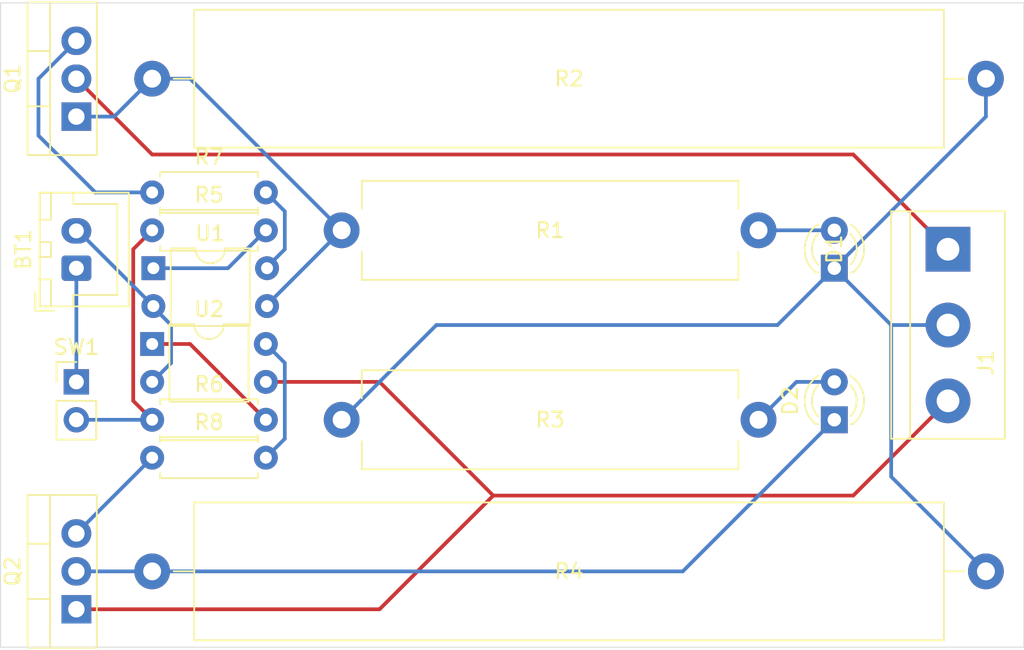
<source format=kicad_pcb>
(kicad_pcb (version 20171130) (host pcbnew "(5.1.4)-1")

  (general
    (thickness 1.6)
    (drawings 4)
    (tracks 58)
    (zones 0)
    (modules 17)
    (nets 17)
  )

  (page A4)
  (layers
    (0 F.Cu signal)
    (31 B.Cu signal)
    (32 B.Adhes user)
    (33 F.Adhes user)
    (34 B.Paste user)
    (35 F.Paste user)
    (36 B.SilkS user)
    (37 F.SilkS user)
    (38 B.Mask user)
    (39 F.Mask user)
    (40 Dwgs.User user)
    (41 Cmts.User user)
    (42 Eco1.User user)
    (43 Eco2.User user)
    (44 Edge.Cuts user)
    (45 Margin user)
    (46 B.CrtYd user)
    (47 F.CrtYd user)
    (48 B.Fab user)
    (49 F.Fab user)
  )

  (setup
    (last_trace_width 0.25)
    (user_trace_width 0.5)
    (user_trace_width 1)
    (user_trace_width 2)
    (trace_clearance 0.2)
    (zone_clearance 0.508)
    (zone_45_only no)
    (trace_min 0.2)
    (via_size 0.8)
    (via_drill 0.4)
    (via_min_size 0.4)
    (via_min_drill 0.3)
    (uvia_size 0.3)
    (uvia_drill 0.1)
    (uvias_allowed no)
    (uvia_min_size 0.2)
    (uvia_min_drill 0.1)
    (edge_width 0.05)
    (segment_width 0.2)
    (pcb_text_width 0.3)
    (pcb_text_size 1.5 1.5)
    (mod_edge_width 0.12)
    (mod_text_size 1 1)
    (mod_text_width 0.15)
    (pad_size 3 3)
    (pad_drill 1.52)
    (pad_to_mask_clearance 0.051)
    (solder_mask_min_width 0.25)
    (aux_axis_origin 0 0)
    (visible_elements 7FFFFFFF)
    (pcbplotparams
      (layerselection 0x010fc_ffffffff)
      (usegerberextensions false)
      (usegerberattributes false)
      (usegerberadvancedattributes false)
      (creategerberjobfile false)
      (excludeedgelayer true)
      (linewidth 0.100000)
      (plotframeref false)
      (viasonmask false)
      (mode 1)
      (useauxorigin false)
      (hpglpennumber 1)
      (hpglpenspeed 20)
      (hpglpendiameter 15.000000)
      (psnegative false)
      (psa4output false)
      (plotreference true)
      (plotvalue true)
      (plotinvisibletext false)
      (padsonsilk false)
      (subtractmaskfromsilk false)
      (outputformat 1)
      (mirror false)
      (drillshape 1)
      (scaleselection 1)
      (outputdirectory ""))
  )

  (net 0 "")
  (net 1 "Net-(D1-Pad2)")
  (net 2 "Net-(D2-Pad2)")
  (net 3 /CapacitorCenter)
  (net 4 /CapacitorPower-)
  (net 5 /CapacitorPower+)
  (net 6 "Net-(BT1-Pad2)")
  (net 7 "Net-(BT1-Pad1)")
  (net 8 "Net-(D2-Pad1)")
  (net 9 "Net-(Q1-Pad3)")
  (net 10 "Net-(Q1-Pad1)")
  (net 11 "Net-(Q2-Pad3)")
  (net 12 "Net-(R5-Pad2)")
  (net 13 "Net-(R5-Pad1)")
  (net 14 "Net-(R6-Pad2)")
  (net 15 "Net-(R7-Pad2)")
  (net 16 "Net-(R8-Pad2)")

  (net_class Default "This is the default net class."
    (clearance 0.2)
    (trace_width 0.25)
    (via_dia 0.8)
    (via_drill 0.4)
    (uvia_dia 0.3)
    (uvia_drill 0.1)
    (add_net /CapacitorCenter)
    (add_net /CapacitorPower+)
    (add_net /CapacitorPower-)
    (add_net "Net-(BT1-Pad1)")
    (add_net "Net-(BT1-Pad2)")
    (add_net "Net-(D1-Pad2)")
    (add_net "Net-(D2-Pad1)")
    (add_net "Net-(D2-Pad2)")
    (add_net "Net-(Q1-Pad1)")
    (add_net "Net-(Q1-Pad3)")
    (add_net "Net-(Q2-Pad3)")
    (add_net "Net-(R5-Pad1)")
    (add_net "Net-(R5-Pad2)")
    (add_net "Net-(R6-Pad2)")
    (add_net "Net-(R7-Pad2)")
    (add_net "Net-(R8-Pad2)")
  )

  (module Package_TO_SOT_THT:TO-220-3_Vertical (layer F.Cu) (tedit 5AC8BA0D) (tstamp 5F0ABAB1)
    (at 55.88 66.04 90)
    (descr "TO-220-3, Vertical, RM 2.54mm, see https://www.vishay.com/docs/66542/to-220-1.pdf")
    (tags "TO-220-3 Vertical RM 2.54mm")
    (path /5F0ABE81)
    (fp_text reference Q1 (at 2.54 -4.27 90) (layer F.SilkS)
      (effects (font (size 1 1) (thickness 0.15)))
    )
    (fp_text value BT138-800 (at 2.54 2.5 90) (layer F.Fab)
      (effects (font (size 1 1) (thickness 0.15)))
    )
    (fp_text user %R (at 2.54 -4.27 90) (layer F.Fab)
      (effects (font (size 1 1) (thickness 0.15)))
    )
    (fp_line (start 7.79 -3.4) (end -2.71 -3.4) (layer F.CrtYd) (width 0.05))
    (fp_line (start 7.79 1.51) (end 7.79 -3.4) (layer F.CrtYd) (width 0.05))
    (fp_line (start -2.71 1.51) (end 7.79 1.51) (layer F.CrtYd) (width 0.05))
    (fp_line (start -2.71 -3.4) (end -2.71 1.51) (layer F.CrtYd) (width 0.05))
    (fp_line (start 4.391 -3.27) (end 4.391 -1.76) (layer F.SilkS) (width 0.12))
    (fp_line (start 0.69 -3.27) (end 0.69 -1.76) (layer F.SilkS) (width 0.12))
    (fp_line (start -2.58 -1.76) (end 7.66 -1.76) (layer F.SilkS) (width 0.12))
    (fp_line (start 7.66 -3.27) (end 7.66 1.371) (layer F.SilkS) (width 0.12))
    (fp_line (start -2.58 -3.27) (end -2.58 1.371) (layer F.SilkS) (width 0.12))
    (fp_line (start -2.58 1.371) (end 7.66 1.371) (layer F.SilkS) (width 0.12))
    (fp_line (start -2.58 -3.27) (end 7.66 -3.27) (layer F.SilkS) (width 0.12))
    (fp_line (start 4.39 -3.15) (end 4.39 -1.88) (layer F.Fab) (width 0.1))
    (fp_line (start 0.69 -3.15) (end 0.69 -1.88) (layer F.Fab) (width 0.1))
    (fp_line (start -2.46 -1.88) (end 7.54 -1.88) (layer F.Fab) (width 0.1))
    (fp_line (start 7.54 -3.15) (end -2.46 -3.15) (layer F.Fab) (width 0.1))
    (fp_line (start 7.54 1.25) (end 7.54 -3.15) (layer F.Fab) (width 0.1))
    (fp_line (start -2.46 1.25) (end 7.54 1.25) (layer F.Fab) (width 0.1))
    (fp_line (start -2.46 -3.15) (end -2.46 1.25) (layer F.Fab) (width 0.1))
    (pad 3 thru_hole oval (at 5.08 0 90) (size 1.905 2) (drill 1.1) (layers *.Cu *.Mask)
      (net 9 "Net-(Q1-Pad3)"))
    (pad 2 thru_hole oval (at 2.54 0 90) (size 1.905 2) (drill 1.1) (layers *.Cu *.Mask)
      (net 5 /CapacitorPower+))
    (pad 1 thru_hole rect (at 0 0 90) (size 1.905 2) (drill 1.1) (layers *.Cu *.Mask)
      (net 10 "Net-(Q1-Pad1)"))
    (model ${KISYS3DMOD}/Package_TO_SOT_THT.3dshapes/TO-220-3_Vertical.wrl
      (at (xyz 0 0 0))
      (scale (xyz 1 1 1))
      (rotate (xyz 0 0 0))
    )
  )

  (module Package_DIP:DIP-4_W7.62mm (layer F.Cu) (tedit 5A02E8C5) (tstamp 5F0ABC1D)
    (at 60.96 81.28)
    (descr "4-lead though-hole mounted DIP package, row spacing 7.62 mm (300 mils)")
    (tags "THT DIP DIL PDIP 2.54mm 7.62mm 300mil")
    (path /5F0A35C4)
    (fp_text reference U2 (at 3.81 -2.33) (layer F.SilkS)
      (effects (font (size 1 1) (thickness 0.15)))
    )
    (fp_text value PC817 (at 3.81 4.87) (layer F.Fab)
      (effects (font (size 1 1) (thickness 0.15)))
    )
    (fp_text user %R (at 3.81 1.27) (layer F.Fab)
      (effects (font (size 1 1) (thickness 0.15)))
    )
    (fp_line (start 8.7 -1.55) (end -1.1 -1.55) (layer F.CrtYd) (width 0.05))
    (fp_line (start 8.7 4.1) (end 8.7 -1.55) (layer F.CrtYd) (width 0.05))
    (fp_line (start -1.1 4.1) (end 8.7 4.1) (layer F.CrtYd) (width 0.05))
    (fp_line (start -1.1 -1.55) (end -1.1 4.1) (layer F.CrtYd) (width 0.05))
    (fp_line (start 6.46 -1.33) (end 4.81 -1.33) (layer F.SilkS) (width 0.12))
    (fp_line (start 6.46 3.87) (end 6.46 -1.33) (layer F.SilkS) (width 0.12))
    (fp_line (start 1.16 3.87) (end 6.46 3.87) (layer F.SilkS) (width 0.12))
    (fp_line (start 1.16 -1.33) (end 1.16 3.87) (layer F.SilkS) (width 0.12))
    (fp_line (start 2.81 -1.33) (end 1.16 -1.33) (layer F.SilkS) (width 0.12))
    (fp_line (start 0.635 -0.27) (end 1.635 -1.27) (layer F.Fab) (width 0.1))
    (fp_line (start 0.635 3.81) (end 0.635 -0.27) (layer F.Fab) (width 0.1))
    (fp_line (start 6.985 3.81) (end 0.635 3.81) (layer F.Fab) (width 0.1))
    (fp_line (start 6.985 -1.27) (end 6.985 3.81) (layer F.Fab) (width 0.1))
    (fp_line (start 1.635 -1.27) (end 6.985 -1.27) (layer F.Fab) (width 0.1))
    (fp_arc (start 3.81 -1.33) (end 2.81 -1.33) (angle -180) (layer F.SilkS) (width 0.12))
    (pad 4 thru_hole oval (at 7.62 0) (size 1.6 1.6) (drill 0.8) (layers *.Cu *.Mask)
      (net 16 "Net-(R8-Pad2)"))
    (pad 2 thru_hole oval (at 0 2.54) (size 1.6 1.6) (drill 0.8) (layers *.Cu *.Mask)
      (net 6 "Net-(BT1-Pad2)"))
    (pad 3 thru_hole oval (at 7.62 2.54) (size 1.6 1.6) (drill 0.8) (layers *.Cu *.Mask)
      (net 4 /CapacitorPower-))
    (pad 1 thru_hole rect (at 0 0) (size 1.6 1.6) (drill 0.8) (layers *.Cu *.Mask)
      (net 14 "Net-(R6-Pad2)"))
    (model ${KISYS3DMOD}/Package_DIP.3dshapes/DIP-4_W7.62mm.wrl
      (at (xyz 0 0 0))
      (scale (xyz 1 1 1))
      (rotate (xyz 0 0 0))
    )
  )

  (module Package_DIP:DIP-4_W7.62mm (layer F.Cu) (tedit 5A02E8C5) (tstamp 5F0ABC05)
    (at 61.04 76.2)
    (descr "4-lead though-hole mounted DIP package, row spacing 7.62 mm (300 mils)")
    (tags "THT DIP DIL PDIP 2.54mm 7.62mm 300mil")
    (path /5F0A279E)
    (fp_text reference U1 (at 3.81 -2.33) (layer F.SilkS)
      (effects (font (size 1 1) (thickness 0.15)))
    )
    (fp_text value PC817 (at 3.81 4.87) (layer F.Fab)
      (effects (font (size 1 1) (thickness 0.15)))
    )
    (fp_text user %R (at 3.81 1.27) (layer F.Fab)
      (effects (font (size 1 1) (thickness 0.15)))
    )
    (fp_line (start 8.7 -1.55) (end -1.1 -1.55) (layer F.CrtYd) (width 0.05))
    (fp_line (start 8.7 4.1) (end 8.7 -1.55) (layer F.CrtYd) (width 0.05))
    (fp_line (start -1.1 4.1) (end 8.7 4.1) (layer F.CrtYd) (width 0.05))
    (fp_line (start -1.1 -1.55) (end -1.1 4.1) (layer F.CrtYd) (width 0.05))
    (fp_line (start 6.46 -1.33) (end 4.81 -1.33) (layer F.SilkS) (width 0.12))
    (fp_line (start 6.46 3.87) (end 6.46 -1.33) (layer F.SilkS) (width 0.12))
    (fp_line (start 1.16 3.87) (end 6.46 3.87) (layer F.SilkS) (width 0.12))
    (fp_line (start 1.16 -1.33) (end 1.16 3.87) (layer F.SilkS) (width 0.12))
    (fp_line (start 2.81 -1.33) (end 1.16 -1.33) (layer F.SilkS) (width 0.12))
    (fp_line (start 0.635 -0.27) (end 1.635 -1.27) (layer F.Fab) (width 0.1))
    (fp_line (start 0.635 3.81) (end 0.635 -0.27) (layer F.Fab) (width 0.1))
    (fp_line (start 6.985 3.81) (end 0.635 3.81) (layer F.Fab) (width 0.1))
    (fp_line (start 6.985 -1.27) (end 6.985 3.81) (layer F.Fab) (width 0.1))
    (fp_line (start 1.635 -1.27) (end 6.985 -1.27) (layer F.Fab) (width 0.1))
    (fp_arc (start 3.81 -1.33) (end 2.81 -1.33) (angle -180) (layer F.SilkS) (width 0.12))
    (pad 4 thru_hole oval (at 7.62 0) (size 1.6 1.6) (drill 0.8) (layers *.Cu *.Mask)
      (net 15 "Net-(R7-Pad2)"))
    (pad 2 thru_hole oval (at 0 2.54) (size 1.6 1.6) (drill 0.8) (layers *.Cu *.Mask)
      (net 6 "Net-(BT1-Pad2)"))
    (pad 3 thru_hole oval (at 7.62 2.54) (size 1.6 1.6) (drill 0.8) (layers *.Cu *.Mask)
      (net 10 "Net-(Q1-Pad1)"))
    (pad 1 thru_hole rect (at 0 0) (size 1.6 1.6) (drill 0.8) (layers *.Cu *.Mask)
      (net 12 "Net-(R5-Pad2)"))
    (model ${KISYS3DMOD}/Package_DIP.3dshapes/DIP-4_W7.62mm.wrl
      (at (xyz 0 0 0))
      (scale (xyz 1 1 1))
      (rotate (xyz 0 0 0))
    )
  )

  (module Connector_PinHeader_2.54mm:PinHeader_1x02_P2.54mm_Vertical (layer F.Cu) (tedit 59FED5CC) (tstamp 5F0ABBED)
    (at 55.88 83.82)
    (descr "Through hole straight pin header, 1x02, 2.54mm pitch, single row")
    (tags "Through hole pin header THT 1x02 2.54mm single row")
    (path /5F0C1113)
    (fp_text reference SW1 (at 0 -2.33) (layer F.SilkS)
      (effects (font (size 1 1) (thickness 0.15)))
    )
    (fp_text value SW_Push (at 0 4.87) (layer F.Fab)
      (effects (font (size 1 1) (thickness 0.15)))
    )
    (fp_text user %R (at 0 1.27 90) (layer F.Fab)
      (effects (font (size 1 1) (thickness 0.15)))
    )
    (fp_line (start 1.8 -1.8) (end -1.8 -1.8) (layer F.CrtYd) (width 0.05))
    (fp_line (start 1.8 4.35) (end 1.8 -1.8) (layer F.CrtYd) (width 0.05))
    (fp_line (start -1.8 4.35) (end 1.8 4.35) (layer F.CrtYd) (width 0.05))
    (fp_line (start -1.8 -1.8) (end -1.8 4.35) (layer F.CrtYd) (width 0.05))
    (fp_line (start -1.33 -1.33) (end 0 -1.33) (layer F.SilkS) (width 0.12))
    (fp_line (start -1.33 0) (end -1.33 -1.33) (layer F.SilkS) (width 0.12))
    (fp_line (start -1.33 1.27) (end 1.33 1.27) (layer F.SilkS) (width 0.12))
    (fp_line (start 1.33 1.27) (end 1.33 3.87) (layer F.SilkS) (width 0.12))
    (fp_line (start -1.33 1.27) (end -1.33 3.87) (layer F.SilkS) (width 0.12))
    (fp_line (start -1.33 3.87) (end 1.33 3.87) (layer F.SilkS) (width 0.12))
    (fp_line (start -1.27 -0.635) (end -0.635 -1.27) (layer F.Fab) (width 0.1))
    (fp_line (start -1.27 3.81) (end -1.27 -0.635) (layer F.Fab) (width 0.1))
    (fp_line (start 1.27 3.81) (end -1.27 3.81) (layer F.Fab) (width 0.1))
    (fp_line (start 1.27 -1.27) (end 1.27 3.81) (layer F.Fab) (width 0.1))
    (fp_line (start -0.635 -1.27) (end 1.27 -1.27) (layer F.Fab) (width 0.1))
    (pad 2 thru_hole oval (at 0 2.54) (size 1.7 1.7) (drill 1) (layers *.Cu *.Mask)
      (net 13 "Net-(R5-Pad1)"))
    (pad 1 thru_hole rect (at 0 0) (size 1.7 1.7) (drill 1) (layers *.Cu *.Mask)
      (net 7 "Net-(BT1-Pad1)"))
    (model ${KISYS3DMOD}/Connector_PinHeader_2.54mm.3dshapes/PinHeader_1x02_P2.54mm_Vertical.wrl
      (at (xyz 0 0 0))
      (scale (xyz 1 1 1))
      (rotate (xyz 0 0 0))
    )
  )

  (module Resistor_THT:R_Axial_DIN0207_L6.3mm_D2.5mm_P7.62mm_Horizontal (layer F.Cu) (tedit 5AE5139B) (tstamp 5F0ABBD7)
    (at 60.96 88.9)
    (descr "Resistor, Axial_DIN0207 series, Axial, Horizontal, pin pitch=7.62mm, 0.25W = 1/4W, length*diameter=6.3*2.5mm^2, http://cdn-reichelt.de/documents/datenblatt/B400/1_4W%23YAG.pdf")
    (tags "Resistor Axial_DIN0207 series Axial Horizontal pin pitch 7.62mm 0.25W = 1/4W length 6.3mm diameter 2.5mm")
    (path /5F0AA6F5)
    (fp_text reference R8 (at 3.81 -2.37) (layer F.SilkS)
      (effects (font (size 1 1) (thickness 0.15)))
    )
    (fp_text value 10K (at 3.81 2.37) (layer F.Fab)
      (effects (font (size 1 1) (thickness 0.15)))
    )
    (fp_text user %R (at 3.81 0) (layer F.Fab)
      (effects (font (size 1 1) (thickness 0.15)))
    )
    (fp_line (start 8.67 -1.5) (end -1.05 -1.5) (layer F.CrtYd) (width 0.05))
    (fp_line (start 8.67 1.5) (end 8.67 -1.5) (layer F.CrtYd) (width 0.05))
    (fp_line (start -1.05 1.5) (end 8.67 1.5) (layer F.CrtYd) (width 0.05))
    (fp_line (start -1.05 -1.5) (end -1.05 1.5) (layer F.CrtYd) (width 0.05))
    (fp_line (start 7.08 1.37) (end 7.08 1.04) (layer F.SilkS) (width 0.12))
    (fp_line (start 0.54 1.37) (end 7.08 1.37) (layer F.SilkS) (width 0.12))
    (fp_line (start 0.54 1.04) (end 0.54 1.37) (layer F.SilkS) (width 0.12))
    (fp_line (start 7.08 -1.37) (end 7.08 -1.04) (layer F.SilkS) (width 0.12))
    (fp_line (start 0.54 -1.37) (end 7.08 -1.37) (layer F.SilkS) (width 0.12))
    (fp_line (start 0.54 -1.04) (end 0.54 -1.37) (layer F.SilkS) (width 0.12))
    (fp_line (start 7.62 0) (end 6.96 0) (layer F.Fab) (width 0.1))
    (fp_line (start 0 0) (end 0.66 0) (layer F.Fab) (width 0.1))
    (fp_line (start 6.96 -1.25) (end 0.66 -1.25) (layer F.Fab) (width 0.1))
    (fp_line (start 6.96 1.25) (end 6.96 -1.25) (layer F.Fab) (width 0.1))
    (fp_line (start 0.66 1.25) (end 6.96 1.25) (layer F.Fab) (width 0.1))
    (fp_line (start 0.66 -1.25) (end 0.66 1.25) (layer F.Fab) (width 0.1))
    (pad 2 thru_hole oval (at 7.62 0) (size 1.6 1.6) (drill 0.8) (layers *.Cu *.Mask)
      (net 16 "Net-(R8-Pad2)"))
    (pad 1 thru_hole circle (at 0 0) (size 1.6 1.6) (drill 0.8) (layers *.Cu *.Mask)
      (net 11 "Net-(Q2-Pad3)"))
    (model ${KISYS3DMOD}/Resistor_THT.3dshapes/R_Axial_DIN0207_L6.3mm_D2.5mm_P7.62mm_Horizontal.wrl
      (at (xyz 0 0 0))
      (scale (xyz 1 1 1))
      (rotate (xyz 0 0 0))
    )
  )

  (module Resistor_THT:R_Axial_DIN0207_L6.3mm_D2.5mm_P7.62mm_Horizontal (layer F.Cu) (tedit 5AE5139B) (tstamp 5F0ABBC0)
    (at 60.96 71.12)
    (descr "Resistor, Axial_DIN0207 series, Axial, Horizontal, pin pitch=7.62mm, 0.25W = 1/4W, length*diameter=6.3*2.5mm^2, http://cdn-reichelt.de/documents/datenblatt/B400/1_4W%23YAG.pdf")
    (tags "Resistor Axial_DIN0207 series Axial Horizontal pin pitch 7.62mm 0.25W = 1/4W length 6.3mm diameter 2.5mm")
    (path /5F0A48B7)
    (fp_text reference R7 (at 3.81 -2.37) (layer F.SilkS)
      (effects (font (size 1 1) (thickness 0.15)))
    )
    (fp_text value 10K (at 3.81 2.37) (layer F.Fab)
      (effects (font (size 1 1) (thickness 0.15)))
    )
    (fp_text user %R (at 3.81 0) (layer F.Fab)
      (effects (font (size 1 1) (thickness 0.15)))
    )
    (fp_line (start 8.67 -1.5) (end -1.05 -1.5) (layer F.CrtYd) (width 0.05))
    (fp_line (start 8.67 1.5) (end 8.67 -1.5) (layer F.CrtYd) (width 0.05))
    (fp_line (start -1.05 1.5) (end 8.67 1.5) (layer F.CrtYd) (width 0.05))
    (fp_line (start -1.05 -1.5) (end -1.05 1.5) (layer F.CrtYd) (width 0.05))
    (fp_line (start 7.08 1.37) (end 7.08 1.04) (layer F.SilkS) (width 0.12))
    (fp_line (start 0.54 1.37) (end 7.08 1.37) (layer F.SilkS) (width 0.12))
    (fp_line (start 0.54 1.04) (end 0.54 1.37) (layer F.SilkS) (width 0.12))
    (fp_line (start 7.08 -1.37) (end 7.08 -1.04) (layer F.SilkS) (width 0.12))
    (fp_line (start 0.54 -1.37) (end 7.08 -1.37) (layer F.SilkS) (width 0.12))
    (fp_line (start 0.54 -1.04) (end 0.54 -1.37) (layer F.SilkS) (width 0.12))
    (fp_line (start 7.62 0) (end 6.96 0) (layer F.Fab) (width 0.1))
    (fp_line (start 0 0) (end 0.66 0) (layer F.Fab) (width 0.1))
    (fp_line (start 6.96 -1.25) (end 0.66 -1.25) (layer F.Fab) (width 0.1))
    (fp_line (start 6.96 1.25) (end 6.96 -1.25) (layer F.Fab) (width 0.1))
    (fp_line (start 0.66 1.25) (end 6.96 1.25) (layer F.Fab) (width 0.1))
    (fp_line (start 0.66 -1.25) (end 0.66 1.25) (layer F.Fab) (width 0.1))
    (pad 2 thru_hole oval (at 7.62 0) (size 1.6 1.6) (drill 0.8) (layers *.Cu *.Mask)
      (net 15 "Net-(R7-Pad2)"))
    (pad 1 thru_hole circle (at 0 0) (size 1.6 1.6) (drill 0.8) (layers *.Cu *.Mask)
      (net 9 "Net-(Q1-Pad3)"))
    (model ${KISYS3DMOD}/Resistor_THT.3dshapes/R_Axial_DIN0207_L6.3mm_D2.5mm_P7.62mm_Horizontal.wrl
      (at (xyz 0 0 0))
      (scale (xyz 1 1 1))
      (rotate (xyz 0 0 0))
    )
  )

  (module Resistor_THT:R_Axial_DIN0207_L6.3mm_D2.5mm_P7.62mm_Horizontal (layer F.Cu) (tedit 5AE5139B) (tstamp 5F0ABBA9)
    (at 60.96 86.36)
    (descr "Resistor, Axial_DIN0207 series, Axial, Horizontal, pin pitch=7.62mm, 0.25W = 1/4W, length*diameter=6.3*2.5mm^2, http://cdn-reichelt.de/documents/datenblatt/B400/1_4W%23YAG.pdf")
    (tags "Resistor Axial_DIN0207 series Axial Horizontal pin pitch 7.62mm 0.25W = 1/4W length 6.3mm diameter 2.5mm")
    (path /5F0A5038)
    (fp_text reference R6 (at 3.81 -2.37) (layer F.SilkS)
      (effects (font (size 1 1) (thickness 0.15)))
    )
    (fp_text value 1K (at 3.81 2.37) (layer F.Fab)
      (effects (font (size 1 1) (thickness 0.15)))
    )
    (fp_text user %R (at 3.81 0) (layer F.Fab)
      (effects (font (size 1 1) (thickness 0.15)))
    )
    (fp_line (start 8.67 -1.5) (end -1.05 -1.5) (layer F.CrtYd) (width 0.05))
    (fp_line (start 8.67 1.5) (end 8.67 -1.5) (layer F.CrtYd) (width 0.05))
    (fp_line (start -1.05 1.5) (end 8.67 1.5) (layer F.CrtYd) (width 0.05))
    (fp_line (start -1.05 -1.5) (end -1.05 1.5) (layer F.CrtYd) (width 0.05))
    (fp_line (start 7.08 1.37) (end 7.08 1.04) (layer F.SilkS) (width 0.12))
    (fp_line (start 0.54 1.37) (end 7.08 1.37) (layer F.SilkS) (width 0.12))
    (fp_line (start 0.54 1.04) (end 0.54 1.37) (layer F.SilkS) (width 0.12))
    (fp_line (start 7.08 -1.37) (end 7.08 -1.04) (layer F.SilkS) (width 0.12))
    (fp_line (start 0.54 -1.37) (end 7.08 -1.37) (layer F.SilkS) (width 0.12))
    (fp_line (start 0.54 -1.04) (end 0.54 -1.37) (layer F.SilkS) (width 0.12))
    (fp_line (start 7.62 0) (end 6.96 0) (layer F.Fab) (width 0.1))
    (fp_line (start 0 0) (end 0.66 0) (layer F.Fab) (width 0.1))
    (fp_line (start 6.96 -1.25) (end 0.66 -1.25) (layer F.Fab) (width 0.1))
    (fp_line (start 6.96 1.25) (end 6.96 -1.25) (layer F.Fab) (width 0.1))
    (fp_line (start 0.66 1.25) (end 6.96 1.25) (layer F.Fab) (width 0.1))
    (fp_line (start 0.66 -1.25) (end 0.66 1.25) (layer F.Fab) (width 0.1))
    (pad 2 thru_hole oval (at 7.62 0) (size 1.6 1.6) (drill 0.8) (layers *.Cu *.Mask)
      (net 14 "Net-(R6-Pad2)"))
    (pad 1 thru_hole circle (at 0 0) (size 1.6 1.6) (drill 0.8) (layers *.Cu *.Mask)
      (net 13 "Net-(R5-Pad1)"))
    (model ${KISYS3DMOD}/Resistor_THT.3dshapes/R_Axial_DIN0207_L6.3mm_D2.5mm_P7.62mm_Horizontal.wrl
      (at (xyz 0 0 0))
      (scale (xyz 1 1 1))
      (rotate (xyz 0 0 0))
    )
  )

  (module Resistor_THT:R_Axial_DIN0207_L6.3mm_D2.5mm_P7.62mm_Horizontal (layer F.Cu) (tedit 5AE5139B) (tstamp 5F0ABB92)
    (at 60.96 73.66)
    (descr "Resistor, Axial_DIN0207 series, Axial, Horizontal, pin pitch=7.62mm, 0.25W = 1/4W, length*diameter=6.3*2.5mm^2, http://cdn-reichelt.de/documents/datenblatt/B400/1_4W%23YAG.pdf")
    (tags "Resistor Axial_DIN0207 series Axial Horizontal pin pitch 7.62mm 0.25W = 1/4W length 6.3mm diameter 2.5mm")
    (path /5F0A3F45)
    (fp_text reference R5 (at 3.81 -2.37) (layer F.SilkS)
      (effects (font (size 1 1) (thickness 0.15)))
    )
    (fp_text value 1K (at 3.81 2.37) (layer F.Fab)
      (effects (font (size 1 1) (thickness 0.15)))
    )
    (fp_text user %R (at 3.81 0) (layer F.Fab)
      (effects (font (size 1 1) (thickness 0.15)))
    )
    (fp_line (start 8.67 -1.5) (end -1.05 -1.5) (layer F.CrtYd) (width 0.05))
    (fp_line (start 8.67 1.5) (end 8.67 -1.5) (layer F.CrtYd) (width 0.05))
    (fp_line (start -1.05 1.5) (end 8.67 1.5) (layer F.CrtYd) (width 0.05))
    (fp_line (start -1.05 -1.5) (end -1.05 1.5) (layer F.CrtYd) (width 0.05))
    (fp_line (start 7.08 1.37) (end 7.08 1.04) (layer F.SilkS) (width 0.12))
    (fp_line (start 0.54 1.37) (end 7.08 1.37) (layer F.SilkS) (width 0.12))
    (fp_line (start 0.54 1.04) (end 0.54 1.37) (layer F.SilkS) (width 0.12))
    (fp_line (start 7.08 -1.37) (end 7.08 -1.04) (layer F.SilkS) (width 0.12))
    (fp_line (start 0.54 -1.37) (end 7.08 -1.37) (layer F.SilkS) (width 0.12))
    (fp_line (start 0.54 -1.04) (end 0.54 -1.37) (layer F.SilkS) (width 0.12))
    (fp_line (start 7.62 0) (end 6.96 0) (layer F.Fab) (width 0.1))
    (fp_line (start 0 0) (end 0.66 0) (layer F.Fab) (width 0.1))
    (fp_line (start 6.96 -1.25) (end 0.66 -1.25) (layer F.Fab) (width 0.1))
    (fp_line (start 6.96 1.25) (end 6.96 -1.25) (layer F.Fab) (width 0.1))
    (fp_line (start 0.66 1.25) (end 6.96 1.25) (layer F.Fab) (width 0.1))
    (fp_line (start 0.66 -1.25) (end 0.66 1.25) (layer F.Fab) (width 0.1))
    (pad 2 thru_hole oval (at 7.62 0) (size 1.6 1.6) (drill 0.8) (layers *.Cu *.Mask)
      (net 12 "Net-(R5-Pad2)"))
    (pad 1 thru_hole circle (at 0 0) (size 1.6 1.6) (drill 0.8) (layers *.Cu *.Mask)
      (net 13 "Net-(R5-Pad1)"))
    (model ${KISYS3DMOD}/Resistor_THT.3dshapes/R_Axial_DIN0207_L6.3mm_D2.5mm_P7.62mm_Horizontal.wrl
      (at (xyz 0 0 0))
      (scale (xyz 1 1 1))
      (rotate (xyz 0 0 0))
    )
  )

  (module Package_TO_SOT_THT:TO-220-3_Vertical (layer F.Cu) (tedit 5AC8BA0D) (tstamp 5F0ABACB)
    (at 55.88 99.06 90)
    (descr "TO-220-3, Vertical, RM 2.54mm, see https://www.vishay.com/docs/66542/to-220-1.pdf")
    (tags "TO-220-3 Vertical RM 2.54mm")
    (path /5F0C179E)
    (fp_text reference Q2 (at 2.54 -4.27 90) (layer F.SilkS)
      (effects (font (size 1 1) (thickness 0.15)))
    )
    (fp_text value BT138-800 (at 2.54 2.5 90) (layer F.Fab)
      (effects (font (size 1 1) (thickness 0.15)))
    )
    (fp_text user %R (at 2.54 -4.27 90) (layer F.Fab)
      (effects (font (size 1 1) (thickness 0.15)))
    )
    (fp_line (start 7.79 -3.4) (end -2.71 -3.4) (layer F.CrtYd) (width 0.05))
    (fp_line (start 7.79 1.51) (end 7.79 -3.4) (layer F.CrtYd) (width 0.05))
    (fp_line (start -2.71 1.51) (end 7.79 1.51) (layer F.CrtYd) (width 0.05))
    (fp_line (start -2.71 -3.4) (end -2.71 1.51) (layer F.CrtYd) (width 0.05))
    (fp_line (start 4.391 -3.27) (end 4.391 -1.76) (layer F.SilkS) (width 0.12))
    (fp_line (start 0.69 -3.27) (end 0.69 -1.76) (layer F.SilkS) (width 0.12))
    (fp_line (start -2.58 -1.76) (end 7.66 -1.76) (layer F.SilkS) (width 0.12))
    (fp_line (start 7.66 -3.27) (end 7.66 1.371) (layer F.SilkS) (width 0.12))
    (fp_line (start -2.58 -3.27) (end -2.58 1.371) (layer F.SilkS) (width 0.12))
    (fp_line (start -2.58 1.371) (end 7.66 1.371) (layer F.SilkS) (width 0.12))
    (fp_line (start -2.58 -3.27) (end 7.66 -3.27) (layer F.SilkS) (width 0.12))
    (fp_line (start 4.39 -3.15) (end 4.39 -1.88) (layer F.Fab) (width 0.1))
    (fp_line (start 0.69 -3.15) (end 0.69 -1.88) (layer F.Fab) (width 0.1))
    (fp_line (start -2.46 -1.88) (end 7.54 -1.88) (layer F.Fab) (width 0.1))
    (fp_line (start 7.54 -3.15) (end -2.46 -3.15) (layer F.Fab) (width 0.1))
    (fp_line (start 7.54 1.25) (end 7.54 -3.15) (layer F.Fab) (width 0.1))
    (fp_line (start -2.46 1.25) (end 7.54 1.25) (layer F.Fab) (width 0.1))
    (fp_line (start -2.46 -3.15) (end -2.46 1.25) (layer F.Fab) (width 0.1))
    (pad 3 thru_hole oval (at 5.08 0 90) (size 1.905 2) (drill 1.1) (layers *.Cu *.Mask)
      (net 11 "Net-(Q2-Pad3)"))
    (pad 2 thru_hole oval (at 2.54 0 90) (size 1.905 2) (drill 1.1) (layers *.Cu *.Mask)
      (net 8 "Net-(D2-Pad1)"))
    (pad 1 thru_hole rect (at 0 0 90) (size 1.905 2) (drill 1.1) (layers *.Cu *.Mask)
      (net 4 /CapacitorPower-))
    (model ${KISYS3DMOD}/Package_TO_SOT_THT.3dshapes/TO-220-3_Vertical.wrl
      (at (xyz 0 0 0))
      (scale (xyz 1 1 1))
      (rotate (xyz 0 0 0))
    )
  )

  (module Connector_JST:JST_XH_B2B-XH-A_1x02_P2.50mm_Vertical (layer F.Cu) (tedit 5C28146C) (tstamp 5F0ABA25)
    (at 55.88 76.2 90)
    (descr "JST XH series connector, B2B-XH-A (http://www.jst-mfg.com/product/pdf/eng/eXH.pdf), generated with kicad-footprint-generator")
    (tags "connector JST XH vertical")
    (path /5F0A6EF6)
    (fp_text reference BT1 (at 1.25 -3.55 90) (layer F.SilkS)
      (effects (font (size 1 1) (thickness 0.15)))
    )
    (fp_text value "12V Battery" (at 1.25 4.6 90) (layer F.Fab)
      (effects (font (size 1 1) (thickness 0.15)))
    )
    (fp_text user %R (at 1.25 2.7 90) (layer F.Fab)
      (effects (font (size 1 1) (thickness 0.15)))
    )
    (fp_line (start -2.85 -2.75) (end -2.85 -1.5) (layer F.SilkS) (width 0.12))
    (fp_line (start -1.6 -2.75) (end -2.85 -2.75) (layer F.SilkS) (width 0.12))
    (fp_line (start 4.3 2.75) (end 1.25 2.75) (layer F.SilkS) (width 0.12))
    (fp_line (start 4.3 -0.2) (end 4.3 2.75) (layer F.SilkS) (width 0.12))
    (fp_line (start 5.05 -0.2) (end 4.3 -0.2) (layer F.SilkS) (width 0.12))
    (fp_line (start -1.8 2.75) (end 1.25 2.75) (layer F.SilkS) (width 0.12))
    (fp_line (start -1.8 -0.2) (end -1.8 2.75) (layer F.SilkS) (width 0.12))
    (fp_line (start -2.55 -0.2) (end -1.8 -0.2) (layer F.SilkS) (width 0.12))
    (fp_line (start 5.05 -2.45) (end 3.25 -2.45) (layer F.SilkS) (width 0.12))
    (fp_line (start 5.05 -1.7) (end 5.05 -2.45) (layer F.SilkS) (width 0.12))
    (fp_line (start 3.25 -1.7) (end 5.05 -1.7) (layer F.SilkS) (width 0.12))
    (fp_line (start 3.25 -2.45) (end 3.25 -1.7) (layer F.SilkS) (width 0.12))
    (fp_line (start -0.75 -2.45) (end -2.55 -2.45) (layer F.SilkS) (width 0.12))
    (fp_line (start -0.75 -1.7) (end -0.75 -2.45) (layer F.SilkS) (width 0.12))
    (fp_line (start -2.55 -1.7) (end -0.75 -1.7) (layer F.SilkS) (width 0.12))
    (fp_line (start -2.55 -2.45) (end -2.55 -1.7) (layer F.SilkS) (width 0.12))
    (fp_line (start 1.75 -2.45) (end 0.75 -2.45) (layer F.SilkS) (width 0.12))
    (fp_line (start 1.75 -1.7) (end 1.75 -2.45) (layer F.SilkS) (width 0.12))
    (fp_line (start 0.75 -1.7) (end 1.75 -1.7) (layer F.SilkS) (width 0.12))
    (fp_line (start 0.75 -2.45) (end 0.75 -1.7) (layer F.SilkS) (width 0.12))
    (fp_line (start 0 -1.35) (end 0.625 -2.35) (layer F.Fab) (width 0.1))
    (fp_line (start -0.625 -2.35) (end 0 -1.35) (layer F.Fab) (width 0.1))
    (fp_line (start 5.45 -2.85) (end -2.95 -2.85) (layer F.CrtYd) (width 0.05))
    (fp_line (start 5.45 3.9) (end 5.45 -2.85) (layer F.CrtYd) (width 0.05))
    (fp_line (start -2.95 3.9) (end 5.45 3.9) (layer F.CrtYd) (width 0.05))
    (fp_line (start -2.95 -2.85) (end -2.95 3.9) (layer F.CrtYd) (width 0.05))
    (fp_line (start 5.06 -2.46) (end -2.56 -2.46) (layer F.SilkS) (width 0.12))
    (fp_line (start 5.06 3.51) (end 5.06 -2.46) (layer F.SilkS) (width 0.12))
    (fp_line (start -2.56 3.51) (end 5.06 3.51) (layer F.SilkS) (width 0.12))
    (fp_line (start -2.56 -2.46) (end -2.56 3.51) (layer F.SilkS) (width 0.12))
    (fp_line (start 4.95 -2.35) (end -2.45 -2.35) (layer F.Fab) (width 0.1))
    (fp_line (start 4.95 3.4) (end 4.95 -2.35) (layer F.Fab) (width 0.1))
    (fp_line (start -2.45 3.4) (end 4.95 3.4) (layer F.Fab) (width 0.1))
    (fp_line (start -2.45 -2.35) (end -2.45 3.4) (layer F.Fab) (width 0.1))
    (pad 2 thru_hole oval (at 2.5 0 90) (size 1.7 2) (drill 1) (layers *.Cu *.Mask)
      (net 6 "Net-(BT1-Pad2)"))
    (pad 1 thru_hole roundrect (at 0 0 90) (size 1.7 2) (drill 1) (layers *.Cu *.Mask) (roundrect_rratio 0.147059)
      (net 7 "Net-(BT1-Pad1)"))
    (model ${KISYS3DMOD}/Connector_JST.3dshapes/JST_XH_B2B-XH-A_1x02_P2.50mm_Vertical.wrl
      (at (xyz 0 0 0))
      (scale (xyz 1 1 1))
      (rotate (xyz 0 0 0))
    )
  )

  (module LED_THT:LED_D3.0mm_FlatTop (layer F.Cu) (tedit 5880A862) (tstamp 5ED9A768)
    (at 106.68 86.36 90)
    (descr "LED, Round, FlatTop, diameter 3.0mm, 2 pins, http://www.kingbright.com/attachments/file/psearch/000/00/00/L-47XEC(Ver.9A).pdf")
    (tags "LED Round FlatTop diameter 3.0mm 2 pins")
    (path /5DD0097D)
    (fp_text reference D2 (at 1.27 -2.96 90) (layer F.SilkS)
      (effects (font (size 1 1) (thickness 0.15)))
    )
    (fp_text value LED (at 1.27 2.96 90) (layer F.Fab)
      (effects (font (size 1 1) (thickness 0.15)))
    )
    (fp_arc (start 1.27 0) (end -0.23 -1.16619) (angle 284.3) (layer F.Fab) (width 0.1))
    (fp_arc (start 1.27 0) (end -0.29 -1.235516) (angle 108.8) (layer F.SilkS) (width 0.12))
    (fp_arc (start 1.27 0) (end -0.29 1.235516) (angle -108.8) (layer F.SilkS) (width 0.12))
    (fp_arc (start 1.27 0) (end 0.229039 -1.08) (angle 87.9) (layer F.SilkS) (width 0.12))
    (fp_arc (start 1.27 0) (end 0.229039 1.08) (angle -87.9) (layer F.SilkS) (width 0.12))
    (fp_circle (center 1.27 0) (end 2.77 0) (layer F.Fab) (width 0.1))
    (fp_line (start -0.23 -1.16619) (end -0.23 1.16619) (layer F.Fab) (width 0.1))
    (fp_line (start -0.29 -1.236) (end -0.29 -1.08) (layer F.SilkS) (width 0.12))
    (fp_line (start -0.29 1.08) (end -0.29 1.236) (layer F.SilkS) (width 0.12))
    (fp_line (start -1.15 -2.25) (end -1.15 2.25) (layer F.CrtYd) (width 0.05))
    (fp_line (start -1.15 2.25) (end 3.7 2.25) (layer F.CrtYd) (width 0.05))
    (fp_line (start 3.7 2.25) (end 3.7 -2.25) (layer F.CrtYd) (width 0.05))
    (fp_line (start 3.7 -2.25) (end -1.15 -2.25) (layer F.CrtYd) (width 0.05))
    (pad 1 thru_hole rect (at 0 0 90) (size 1.8 1.8) (drill 0.9) (layers *.Cu *.Mask)
      (net 8 "Net-(D2-Pad1)"))
    (pad 2 thru_hole circle (at 2.54 0 90) (size 1.8 1.8) (drill 0.9) (layers *.Cu *.Mask)
      (net 2 "Net-(D2-Pad2)"))
    (model ${KISYS3DMOD}/LED_THT.3dshapes/LED_D3.0mm_FlatTop.wrl
      (at (xyz 0 0 0))
      (scale (xyz 1 1 1))
      (rotate (xyz 0 0 0))
    )
  )

  (module Resistor_THT:R_Axial_Power_L25.0mm_W6.4mm_P27.94mm (layer F.Cu) (tedit 5AE5139B) (tstamp 5EF82573)
    (at 73.66 86.36)
    (descr "Resistor, Axial_Power series, Box, pin pitch=27.94mm, 5W, length*width*height=25*6.4*6.4mm^3, http://cdn-reichelt.de/documents/datenblatt/B400/5WAXIAL_9WAXIAL_11WAXIAL_17WAXIAL%23YAG.pdf")
    (tags "Resistor Axial_Power series Box pin pitch 27.94mm 5W length 25mm width 6.4mm height 6.4mm")
    (path /5DCFF331)
    (fp_text reference R3 (at 13.97 0) (layer F.SilkS)
      (effects (font (size 1 1) (thickness 0.15)))
    )
    (fp_text value 43K/5W (at 13.97 2.54) (layer F.Fab)
      (effects (font (size 1 1) (thickness 0.15)))
    )
    (fp_line (start 1.47 -3.2) (end 1.47 3.2) (layer F.Fab) (width 0.1))
    (fp_line (start 1.47 3.2) (end 26.47 3.2) (layer F.Fab) (width 0.1))
    (fp_line (start 26.47 3.2) (end 26.47 -3.2) (layer F.Fab) (width 0.1))
    (fp_line (start 26.47 -3.2) (end 1.47 -3.2) (layer F.Fab) (width 0.1))
    (fp_line (start 0 0) (end 1.47 0) (layer F.Fab) (width 0.1))
    (fp_line (start 27.94 0) (end 26.47 0) (layer F.Fab) (width 0.1))
    (fp_line (start 1.35 -1.44) (end 1.35 -3.32) (layer F.SilkS) (width 0.12))
    (fp_line (start 1.35 -3.32) (end 26.59 -3.32) (layer F.SilkS) (width 0.12))
    (fp_line (start 26.59 -3.32) (end 26.59 -1.44) (layer F.SilkS) (width 0.12))
    (fp_line (start 1.35 1.44) (end 1.35 3.32) (layer F.SilkS) (width 0.12))
    (fp_line (start 1.35 3.32) (end 26.59 3.32) (layer F.SilkS) (width 0.12))
    (fp_line (start 26.59 3.32) (end 26.59 1.44) (layer F.SilkS) (width 0.12))
    (fp_line (start -1.45 -3.45) (end -1.45 3.45) (layer F.CrtYd) (width 0.05))
    (fp_line (start -1.45 3.45) (end 29.39 3.45) (layer F.CrtYd) (width 0.05))
    (fp_line (start 29.39 3.45) (end 29.39 -3.45) (layer F.CrtYd) (width 0.05))
    (fp_line (start 29.39 -3.45) (end -1.45 -3.45) (layer F.CrtYd) (width 0.05))
    (fp_text user %R (at 13.97 0) (layer F.Fab)
      (effects (font (size 1 1) (thickness 0.15)))
    )
    (pad 1 thru_hole circle (at 0 0) (size 2.4 2.4) (drill 1.2) (layers *.Cu *.Mask)
      (net 3 /CapacitorCenter))
    (pad 2 thru_hole oval (at 27.94 0) (size 2.4 2.4) (drill 1.2) (layers *.Cu *.Mask)
      (net 2 "Net-(D2-Pad2)"))
    (model ${KISYS3DMOD}/Resistor_THT.3dshapes/R_Axial_Power_L25.0mm_W6.4mm_P27.94mm.wrl
      (at (xyz 0 0 0))
      (scale (xyz 1 1 1))
      (rotate (xyz 0 0 0))
    )
  )

  (module Resistor_THT:R_Axial_Power_L25.0mm_W6.4mm_P27.94mm (layer F.Cu) (tedit 5AE5139B) (tstamp 5EF82530)
    (at 73.66 73.66)
    (descr "Resistor, Axial_Power series, Box, pin pitch=27.94mm, 5W, length*width*height=25*6.4*6.4mm^3, http://cdn-reichelt.de/documents/datenblatt/B400/5WAXIAL_9WAXIAL_11WAXIAL_17WAXIAL%23YAG.pdf")
    (tags "Resistor Axial_Power series Box pin pitch 27.94mm 5W length 25mm width 6.4mm height 6.4mm")
    (path /5DCFD35F)
    (fp_text reference R1 (at 13.97 0) (layer F.SilkS)
      (effects (font (size 1 1) (thickness 0.15)))
    )
    (fp_text value 43K/5W (at 13.97 2.54) (layer F.Fab)
      (effects (font (size 1 1) (thickness 0.15)))
    )
    (fp_line (start 1.47 -3.2) (end 1.47 3.2) (layer F.Fab) (width 0.1))
    (fp_line (start 1.47 3.2) (end 26.47 3.2) (layer F.Fab) (width 0.1))
    (fp_line (start 26.47 3.2) (end 26.47 -3.2) (layer F.Fab) (width 0.1))
    (fp_line (start 26.47 -3.2) (end 1.47 -3.2) (layer F.Fab) (width 0.1))
    (fp_line (start 0 0) (end 1.47 0) (layer F.Fab) (width 0.1))
    (fp_line (start 27.94 0) (end 26.47 0) (layer F.Fab) (width 0.1))
    (fp_line (start 1.35 -1.44) (end 1.35 -3.32) (layer F.SilkS) (width 0.12))
    (fp_line (start 1.35 -3.32) (end 26.59 -3.32) (layer F.SilkS) (width 0.12))
    (fp_line (start 26.59 -3.32) (end 26.59 -1.44) (layer F.SilkS) (width 0.12))
    (fp_line (start 1.35 1.44) (end 1.35 3.32) (layer F.SilkS) (width 0.12))
    (fp_line (start 1.35 3.32) (end 26.59 3.32) (layer F.SilkS) (width 0.12))
    (fp_line (start 26.59 3.32) (end 26.59 1.44) (layer F.SilkS) (width 0.12))
    (fp_line (start -1.45 -3.45) (end -1.45 3.45) (layer F.CrtYd) (width 0.05))
    (fp_line (start -1.45 3.45) (end 29.39 3.45) (layer F.CrtYd) (width 0.05))
    (fp_line (start 29.39 3.45) (end 29.39 -3.45) (layer F.CrtYd) (width 0.05))
    (fp_line (start 29.39 -3.45) (end -1.45 -3.45) (layer F.CrtYd) (width 0.05))
    (fp_text user %R (at 13.97 0) (layer F.Fab)
      (effects (font (size 1 1) (thickness 0.15)))
    )
    (pad 1 thru_hole circle (at 0 0) (size 2.4 2.4) (drill 1.2) (layers *.Cu *.Mask)
      (net 10 "Net-(Q1-Pad1)"))
    (pad 2 thru_hole oval (at 27.94 0) (size 2.4 2.4) (drill 1.2) (layers *.Cu *.Mask)
      (net 1 "Net-(D1-Pad2)"))
    (model ${KISYS3DMOD}/Resistor_THT.3dshapes/R_Axial_Power_L25.0mm_W6.4mm_P27.94mm.wrl
      (at (xyz 0 0 0))
      (scale (xyz 1 1 1))
      (rotate (xyz 0 0 0))
    )
  )

  (module Resistor_THT:R_Axial_Power_L50.0mm_W9.0mm_P55.88mm (layer F.Cu) (tedit 5AE5139B) (tstamp 5DD08D58)
    (at 116.84 96.52 180)
    (descr "Resistor, Axial_Power series, Box, pin pitch=55.88mm, 11W, length*width*height=50*9*9mm^3, http://cdn-reichelt.de/documents/datenblatt/B400/5WAXIAL_9WAXIAL_11WAXIAL_17WAXIAL%23YAG.pdf")
    (tags "Resistor Axial_Power series Box pin pitch 55.88mm 11W length 50mm width 9mm height 9mm")
    (path /5DCFFBA1)
    (fp_text reference R4 (at 27.94 0) (layer F.SilkS)
      (effects (font (size 1 1) (thickness 0.15)))
    )
    (fp_text value 20K/10W (at 27.94 -2.54) (layer F.Fab)
      (effects (font (size 1 1) (thickness 0.15)))
    )
    (fp_line (start 2.94 -4.5) (end 2.94 4.5) (layer F.Fab) (width 0.1))
    (fp_line (start 2.94 4.5) (end 52.94 4.5) (layer F.Fab) (width 0.1))
    (fp_line (start 52.94 4.5) (end 52.94 -4.5) (layer F.Fab) (width 0.1))
    (fp_line (start 52.94 -4.5) (end 2.94 -4.5) (layer F.Fab) (width 0.1))
    (fp_line (start 0 0) (end 2.94 0) (layer F.Fab) (width 0.1))
    (fp_line (start 55.88 0) (end 52.94 0) (layer F.Fab) (width 0.1))
    (fp_line (start 2.82 -4.62) (end 2.82 4.62) (layer F.SilkS) (width 0.12))
    (fp_line (start 2.82 4.62) (end 53.06 4.62) (layer F.SilkS) (width 0.12))
    (fp_line (start 53.06 4.62) (end 53.06 -4.62) (layer F.SilkS) (width 0.12))
    (fp_line (start 53.06 -4.62) (end 2.82 -4.62) (layer F.SilkS) (width 0.12))
    (fp_line (start 1.44 0) (end 2.82 0) (layer F.SilkS) (width 0.12))
    (fp_line (start 54.44 0) (end 53.06 0) (layer F.SilkS) (width 0.12))
    (fp_line (start -1.45 -4.75) (end -1.45 4.75) (layer F.CrtYd) (width 0.05))
    (fp_line (start -1.45 4.75) (end 57.33 4.75) (layer F.CrtYd) (width 0.05))
    (fp_line (start 57.33 4.75) (end 57.33 -4.75) (layer F.CrtYd) (width 0.05))
    (fp_line (start 57.33 -4.75) (end -1.45 -4.75) (layer F.CrtYd) (width 0.05))
    (fp_text user %R (at 27.94 0) (layer F.Fab)
      (effects (font (size 1 1) (thickness 0.15)))
    )
    (pad 1 thru_hole circle (at 0 0 180) (size 2.4 2.4) (drill 1.2) (layers *.Cu *.Mask)
      (net 3 /CapacitorCenter))
    (pad 2 thru_hole oval (at 55.88 0 180) (size 2.4 2.4) (drill 1.2) (layers *.Cu *.Mask)
      (net 8 "Net-(D2-Pad1)"))
    (model ${KISYS3DMOD}/Resistor_THT.3dshapes/R_Axial_Power_L50.0mm_W9.0mm_P55.88mm.wrl
      (at (xyz 0 0 0))
      (scale (xyz 1 1 1))
      (rotate (xyz 0 0 0))
    )
  )

  (module LED_THT:LED_D3.0mm_FlatTop (layer F.Cu) (tedit 5880A862) (tstamp 5DEC5496)
    (at 106.68 76.2 90)
    (descr "LED, Round, FlatTop, diameter 3.0mm, 2 pins, http://www.kingbright.com/attachments/file/psearch/000/00/00/L-47XEC(Ver.9A).pdf")
    (tags "LED Round FlatTop diameter 3.0mm 2 pins")
    (path /5DCFD755)
    (fp_text reference D1 (at 1.27 0 90) (layer F.SilkS)
      (effects (font (size 1 1) (thickness 0.15)))
    )
    (fp_text value LED (at 1.27 1.5 90) (layer F.Fab)
      (effects (font (size 1 1) (thickness 0.15)))
    )
    (fp_arc (start 1.27 0) (end -0.23 -1.16619) (angle 284.3) (layer F.Fab) (width 0.1))
    (fp_arc (start 1.27 0) (end -0.29 -1.235516) (angle 108.8) (layer F.SilkS) (width 0.12))
    (fp_arc (start 1.27 0) (end -0.29 1.235516) (angle -108.8) (layer F.SilkS) (width 0.12))
    (fp_arc (start 1.27 0) (end 0.229039 -1.08) (angle 87.9) (layer F.SilkS) (width 0.12))
    (fp_arc (start 1.27 0) (end 0.229039 1.08) (angle -87.9) (layer F.SilkS) (width 0.12))
    (fp_circle (center 1.27 0) (end 2.77 0) (layer F.Fab) (width 0.1))
    (fp_line (start -0.23 -1.16619) (end -0.23 1.16619) (layer F.Fab) (width 0.1))
    (fp_line (start -0.29 -1.236) (end -0.29 -1.08) (layer F.SilkS) (width 0.12))
    (fp_line (start -0.29 1.08) (end -0.29 1.236) (layer F.SilkS) (width 0.12))
    (fp_line (start -1.15 -2.25) (end -1.15 2.25) (layer F.CrtYd) (width 0.05))
    (fp_line (start -1.15 2.25) (end 3.7 2.25) (layer F.CrtYd) (width 0.05))
    (fp_line (start 3.7 2.25) (end 3.7 -2.25) (layer F.CrtYd) (width 0.05))
    (fp_line (start 3.7 -2.25) (end -1.15 -2.25) (layer F.CrtYd) (width 0.05))
    (pad 1 thru_hole rect (at 0 0 90) (size 1.8 1.8) (drill 0.9) (layers *.Cu *.Mask)
      (net 3 /CapacitorCenter))
    (pad 2 thru_hole circle (at 2.54 0 90) (size 1.8 1.8) (drill 0.9) (layers *.Cu *.Mask)
      (net 1 "Net-(D1-Pad2)"))
    (model ${KISYS3DMOD}/LED_THT.3dshapes/LED_D3.0mm_FlatTop.wrl
      (at (xyz 0 0 0))
      (scale (xyz 1 1 1))
      (rotate (xyz 0 0 0))
    )
  )

  (module TerminalBlock:TerminalBlock_bornier-3_P5.08mm (layer F.Cu) (tedit 59FF03B9) (tstamp 5DDBA979)
    (at 114.3 74.93 270)
    (descr "simple 3-pin terminal block, pitch 5.08mm, revamped version of bornier3")
    (tags "terminal block bornier3")
    (path /5DDF66ED)
    (fp_text reference J1 (at 7.62 -2.54 90) (layer F.SilkS)
      (effects (font (size 1 1) (thickness 0.15)))
    )
    (fp_text value Power (at 2.54 -2.54 270) (layer F.Fab)
      (effects (font (size 1 1) (thickness 0.15)))
    )
    (fp_text user %R (at 5.08 0 90) (layer F.Fab)
      (effects (font (size 1 1) (thickness 0.15)))
    )
    (fp_line (start -2.47 2.55) (end 12.63 2.55) (layer F.Fab) (width 0.1))
    (fp_line (start -2.47 -3.75) (end 12.63 -3.75) (layer F.Fab) (width 0.1))
    (fp_line (start 12.63 -3.75) (end 12.63 3.75) (layer F.Fab) (width 0.1))
    (fp_line (start 12.63 3.75) (end -2.47 3.75) (layer F.Fab) (width 0.1))
    (fp_line (start -2.47 3.75) (end -2.47 -3.75) (layer F.Fab) (width 0.1))
    (fp_line (start -2.54 3.81) (end -2.54 -3.81) (layer F.SilkS) (width 0.12))
    (fp_line (start 12.7 3.81) (end 12.7 -3.81) (layer F.SilkS) (width 0.12))
    (fp_line (start -2.54 2.54) (end 12.7 2.54) (layer F.SilkS) (width 0.12))
    (fp_line (start -2.54 -3.81) (end 12.7 -3.81) (layer F.SilkS) (width 0.12))
    (fp_line (start -2.54 3.81) (end 12.7 3.81) (layer F.SilkS) (width 0.12))
    (fp_line (start -2.72 -4) (end 12.88 -4) (layer F.CrtYd) (width 0.05))
    (fp_line (start -2.72 -4) (end -2.72 4) (layer F.CrtYd) (width 0.05))
    (fp_line (start 12.88 4) (end 12.88 -4) (layer F.CrtYd) (width 0.05))
    (fp_line (start 12.88 4) (end -2.72 4) (layer F.CrtYd) (width 0.05))
    (pad 1 thru_hole rect (at 0 0 270) (size 3 3) (drill 1.52) (layers *.Cu *.Mask)
      (net 5 /CapacitorPower+))
    (pad 2 thru_hole circle (at 5.08 0 270) (size 3 3) (drill 1.52) (layers *.Cu *.Mask)
      (net 3 /CapacitorCenter))
    (pad 3 thru_hole circle (at 10.16 0 270) (size 3 3) (drill 1.52) (layers *.Cu *.Mask)
      (net 4 /CapacitorPower-))
    (model ${KISYS3DMOD}/TerminalBlock.3dshapes/TerminalBlock_bornier-3_P5.08mm.wrl
      (offset (xyz 5.079999923706055 0 0))
      (scale (xyz 1 1 1))
      (rotate (xyz 0 0 0))
    )
  )

  (module Resistor_THT:R_Axial_Power_L50.0mm_W9.0mm_P55.88mm (layer F.Cu) (tedit 5AE5139B) (tstamp 5DD08D2A)
    (at 60.96 63.5)
    (descr "Resistor, Axial_Power series, Box, pin pitch=55.88mm, 11W, length*width*height=50*9*9mm^3, http://cdn-reichelt.de/documents/datenblatt/B400/5WAXIAL_9WAXIAL_11WAXIAL_17WAXIAL%23YAG.pdf")
    (tags "Resistor Axial_Power series Box pin pitch 55.88mm 11W length 50mm width 9mm height 9mm")
    (path /5DCFF0E0)
    (fp_text reference R2 (at 27.94 0) (layer F.SilkS)
      (effects (font (size 1 1) (thickness 0.15)))
    )
    (fp_text value 20K/10W (at 27.94 2.54) (layer F.Fab)
      (effects (font (size 1 1) (thickness 0.15)))
    )
    (fp_line (start 2.94 -4.5) (end 2.94 4.5) (layer F.Fab) (width 0.1))
    (fp_line (start 2.94 4.5) (end 52.94 4.5) (layer F.Fab) (width 0.1))
    (fp_line (start 52.94 4.5) (end 52.94 -4.5) (layer F.Fab) (width 0.1))
    (fp_line (start 52.94 -4.5) (end 2.94 -4.5) (layer F.Fab) (width 0.1))
    (fp_line (start 0 0) (end 2.94 0) (layer F.Fab) (width 0.1))
    (fp_line (start 55.88 0) (end 52.94 0) (layer F.Fab) (width 0.1))
    (fp_line (start 2.82 -4.62) (end 2.82 4.62) (layer F.SilkS) (width 0.12))
    (fp_line (start 2.82 4.62) (end 53.06 4.62) (layer F.SilkS) (width 0.12))
    (fp_line (start 53.06 4.62) (end 53.06 -4.62) (layer F.SilkS) (width 0.12))
    (fp_line (start 53.06 -4.62) (end 2.82 -4.62) (layer F.SilkS) (width 0.12))
    (fp_line (start 1.44 0) (end 2.82 0) (layer F.SilkS) (width 0.12))
    (fp_line (start 54.44 0) (end 53.06 0) (layer F.SilkS) (width 0.12))
    (fp_line (start -1.45 -4.75) (end -1.45 4.75) (layer F.CrtYd) (width 0.05))
    (fp_line (start -1.45 4.75) (end 57.33 4.75) (layer F.CrtYd) (width 0.05))
    (fp_line (start 57.33 4.75) (end 57.33 -4.75) (layer F.CrtYd) (width 0.05))
    (fp_line (start 57.33 -4.75) (end -1.45 -4.75) (layer F.CrtYd) (width 0.05))
    (fp_text user %R (at 27.94 0) (layer F.Fab)
      (effects (font (size 1 1) (thickness 0.15)))
    )
    (pad 1 thru_hole circle (at 0 0) (size 2.4 2.4) (drill 1.2) (layers *.Cu *.Mask)
      (net 10 "Net-(Q1-Pad1)"))
    (pad 2 thru_hole oval (at 55.88 0) (size 2.4 2.4) (drill 1.2) (layers *.Cu *.Mask)
      (net 3 /CapacitorCenter))
    (model ${KISYS3DMOD}/Resistor_THT.3dshapes/R_Axial_Power_L50.0mm_W9.0mm_P55.88mm.wrl
      (at (xyz 0 0 0))
      (scale (xyz 1 1 1))
      (rotate (xyz 0 0 0))
    )
  )

  (gr_line (start 119.38 101.6) (end 119.38 58.42) (layer Edge.Cuts) (width 0.05) (tstamp 5DDB858D))
  (gr_line (start 119.38 101.6) (end 50.8 101.6) (layer Edge.Cuts) (width 0.05))
  (gr_line (start 119.38 58.42) (end 50.8 58.42) (layer Edge.Cuts) (width 0.05))
  (gr_line (start 50.8 101.6) (end 50.8 58.42) (layer Edge.Cuts) (width 0.05))

  (segment (start 101.6 73.66) (end 106.68 73.66) (width 0.25) (layer B.Cu) (net 1) (status 30))
  (segment (start 101.6 86.36) (end 104.14 83.82) (width 0.25) (layer B.Cu) (net 2) (status 10))
  (segment (start 104.14 83.82) (end 106.68 83.82) (width 0.25) (layer B.Cu) (net 2) (status 20))
  (segment (start 106.68 76.2) (end 110.49 80.01) (width 0.25) (layer B.Cu) (net 3) (status 10))
  (segment (start 110.49 80.01) (end 114.3 80.01) (width 0.25) (layer B.Cu) (net 3) (status 20))
  (segment (start 80.01 80.01) (end 73.66 86.36) (width 0.25) (layer B.Cu) (net 3) (status 20))
  (segment (start 106.68 76.2) (end 102.87 80.01) (width 0.25) (layer B.Cu) (net 3) (status 10))
  (segment (start 102.87 80.01) (end 80.01 80.01) (width 0.25) (layer B.Cu) (net 3))
  (segment (start 110.49 90.17) (end 116.84 96.52) (width 0.25) (layer B.Cu) (net 3) (status 20))
  (segment (start 110.49 80.01) (end 110.49 90.17) (width 0.25) (layer B.Cu) (net 3))
  (segment (start 106.68 76.2) (end 116.84 66.04) (width 0.25) (layer B.Cu) (net 3) (status 10))
  (segment (start 116.84 66.04) (end 116.84 63.5) (width 0.25) (layer B.Cu) (net 3) (status 20))
  (segment (start 107.95 91.44) (end 114.3 85.09) (width 0.25) (layer F.Cu) (net 4) (status 20))
  (segment (start 68.58 83.82) (end 76.2 83.82) (width 0.25) (layer F.Cu) (net 4) (status 10))
  (segment (start 76.2 83.82) (end 83.82 91.44) (width 0.25) (layer F.Cu) (net 4))
  (segment (start 83.82 91.44) (end 107.95 91.44) (width 0.25) (layer F.Cu) (net 4))
  (segment (start 76.2 99.06) (end 83.82 91.44) (width 0.25) (layer F.Cu) (net 4))
  (segment (start 55.88 99.06) (end 76.2 99.06) (width 0.25) (layer F.Cu) (net 4) (status 10))
  (segment (start 107.95 68.58) (end 114.3 74.93) (width 0.25) (layer F.Cu) (net 5) (status 20))
  (segment (start 55.88 63.5) (end 60.96 68.58) (width 0.25) (layer F.Cu) (net 5) (status 10))
  (segment (start 60.96 68.58) (end 107.95 68.58) (width 0.25) (layer F.Cu) (net 5))
  (segment (start 56 73.7) (end 61.04 78.74) (width 0.25) (layer B.Cu) (net 6) (status 30))
  (segment (start 55.88 73.7) (end 56 73.7) (width 0.25) (layer B.Cu) (net 6) (status 30))
  (segment (start 61.04 78.74) (end 61.04 78.82) (width 0.25) (layer B.Cu) (net 6) (status 30))
  (segment (start 61.04 78.82) (end 62.23 80.01) (width 0.25) (layer B.Cu) (net 6) (status 10))
  (segment (start 62.23 82.55) (end 60.96 83.82) (width 0.25) (layer B.Cu) (net 6) (status 20))
  (segment (start 62.23 80.01) (end 62.23 82.55) (width 0.25) (layer B.Cu) (net 6))
  (segment (start 55.88 83.82) (end 55.88 76.2) (width 0.25) (layer B.Cu) (net 7) (status 30))
  (segment (start 96.52 96.52) (end 106.68 86.36) (width 0.25) (layer B.Cu) (net 8) (status 20))
  (segment (start 60.96 96.52) (end 96.52 96.52) (width 0.25) (layer B.Cu) (net 8) (status 10))
  (segment (start 55.88 96.52) (end 60.96 96.52) (width 0.25) (layer B.Cu) (net 8) (status 30))
  (segment (start 60.96 71.12) (end 57.15 71.12) (width 0.25) (layer B.Cu) (net 9) (status 10))
  (segment (start 57.15 71.12) (end 53.34 67.31) (width 0.25) (layer B.Cu) (net 9))
  (segment (start 53.34 63.5) (end 55.88 60.96) (width 0.25) (layer B.Cu) (net 9) (status 20))
  (segment (start 53.34 67.31) (end 53.34 63.5) (width 0.25) (layer B.Cu) (net 9))
  (segment (start 68.66 78.74) (end 68.66 78.66) (width 0.25) (layer F.Cu) (net 10) (status 30))
  (segment (start 68.58 78.74) (end 73.66 73.66) (width 0.25) (layer B.Cu) (net 10) (status 30))
  (segment (start 73.66 73.66) (end 63.5 63.5) (width 0.25) (layer B.Cu) (net 10) (status 10))
  (segment (start 60.96 63.5) (end 63.5 63.5) (width 0.25) (layer B.Cu) (net 10) (status 10))
  (segment (start 58.42 66.04) (end 60.96 63.5) (width 0.25) (layer B.Cu) (net 10) (status 20))
  (segment (start 55.88 66.04) (end 58.42 66.04) (width 0.25) (layer B.Cu) (net 10) (status 10))
  (segment (start 55.88 93.98) (end 60.96 88.9) (width 0.25) (layer B.Cu) (net 11) (status 30))
  (segment (start 66.04 76.2) (end 68.58 73.66) (width 0.25) (layer B.Cu) (net 12) (status 20))
  (segment (start 61.04 76.2) (end 66.04 76.2) (width 0.25) (layer B.Cu) (net 12) (status 10))
  (segment (start 55.88 86.36) (end 60.96 86.36) (width 0.25) (layer B.Cu) (net 13) (status 30))
  (segment (start 60.96 86.36) (end 59.69 85.09) (width 0.25) (layer F.Cu) (net 13) (status 10))
  (segment (start 59.69 85.09) (end 59.69 74.93) (width 0.25) (layer F.Cu) (net 13))
  (segment (start 59.69 74.93) (end 60.96 73.66) (width 0.25) (layer F.Cu) (net 13) (status 20))
  (segment (start 63.5 81.28) (end 68.58 86.36) (width 0.25) (layer F.Cu) (net 14) (status 20))
  (segment (start 60.96 81.28) (end 63.5 81.28) (width 0.25) (layer F.Cu) (net 14) (status 10))
  (segment (start 68.66 76.2) (end 68.66 76.28) (width 0.25) (layer B.Cu) (net 15) (status 30))
  (segment (start 68.66 76.2) (end 68.66 76.12) (width 0.25) (layer B.Cu) (net 15) (status 30))
  (segment (start 68.66 76.12) (end 69.85 74.93) (width 0.25) (layer B.Cu) (net 15) (status 10))
  (segment (start 69.85 72.39) (end 68.58 71.12) (width 0.25) (layer B.Cu) (net 15) (status 20))
  (segment (start 69.85 74.93) (end 69.85 72.39) (width 0.25) (layer B.Cu) (net 15))
  (segment (start 69.85 82.55) (end 69.85 87.63) (width 0.25) (layer B.Cu) (net 16))
  (segment (start 69.85 87.63) (end 68.58 88.9) (width 0.25) (layer B.Cu) (net 16) (status 20))
  (segment (start 68.58 81.28) (end 69.85 82.55) (width 0.25) (layer B.Cu) (net 16) (status 10))

)

</source>
